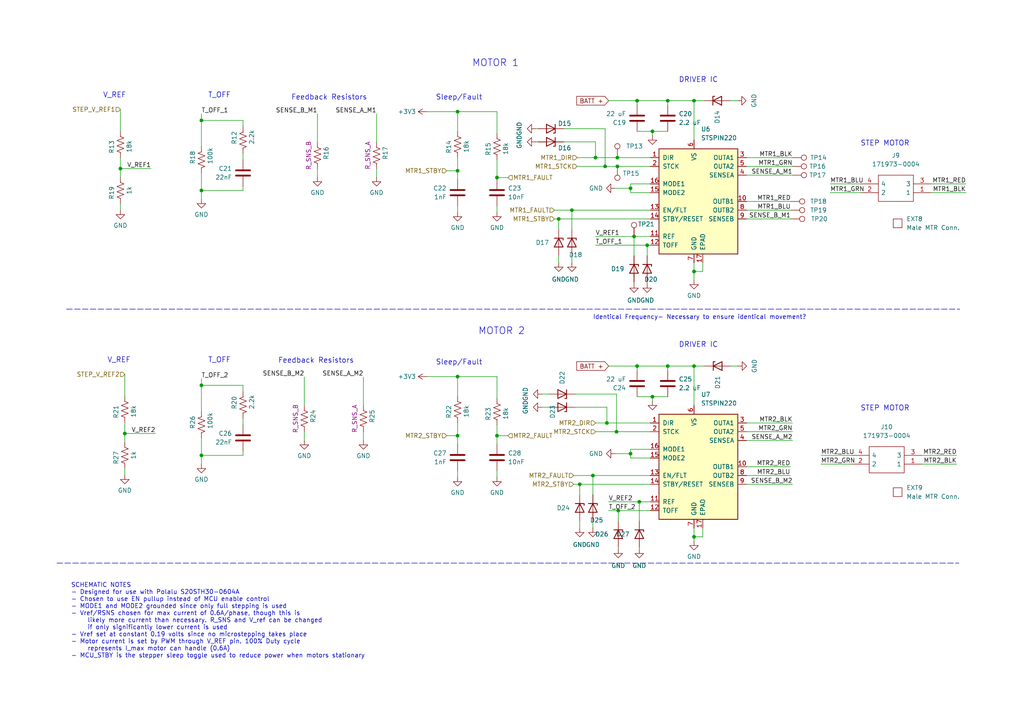
<source format=kicad_sch>
(kicad_sch (version 20211123) (generator eeschema)
  (paper "A4")
  (lib_symbols
    (symbol "0_custom:{lt}name{gt}"
      (property "Reference" "EXT" (at -1.27 2.54 0))
      (property "Value" "{lt}name{gt}" (at 0 -2.54 0))
      (symbol "{lt}name{gt}_0_1"
        (rectangle (start -1.27 1.27) (end 1.27 -1.27))
      )
    )
    (symbol "171973-0004:171973-0004" (pin_names (offset 0.762))
      (property "Reference" "J" (at 16.51 7.62 0))
      (property "Value" "171973-0004" (at 16.51 5.08 0))
      (symbol "171973-0004_0_0"
        (pin passive line (at 20.32 -2.54 180) (length 5.08) (name "1") (number "1"))
        (pin passive line (at 0 -2.54 0) (length 5.08) (name "2") (number "2"))
        (pin passive line (at 20.32 0 180) (length 5.08) (name "3") (number "3"))
        (pin passive line (at 0 0 0) (length 5.08) (name "4") (number "4"))
      )
      (symbol "171973-0004_0_1"
        (polyline (pts (xy 5.08 2.54) (xy 15.24 2.54) (xy 15.24 -5.08) (xy 5.08 -5.08) (xy 5.08 2.54)) (stroke (width 0.1524)))
      )
    )
    (symbol "Connector:TestPoint" (pin_numbers hide) (pin_names (offset 0.762) hide)
      (property "Reference" "TP" (at 0 6.858 0))
      (property "Value" "TestPoint" (at 0 5.08 0))
      (symbol "TestPoint_0_1"
        (circle (center 0 3.302) (radius 0.762))
      )
      (symbol "TestPoint_1_1"
        (pin passive line (at 0 0 90) (length 2.54) (name "1") (number "1"))
      )
    )
    (symbol "Device:C" (pin_numbers hide) (pin_names (offset 0.254))
      (property "Reference" "C" (at 0.635 2.54 0))
      (property "Value" "C" (at 0.635 -2.54 0))
      (symbol "C_0_1"
        (polyline (pts (xy -2.032 -0.762) (xy 2.032 -0.762)) (stroke (width 0.508)))
        (polyline (pts (xy -2.032 0.762) (xy 2.032 0.762)) (stroke (width 0.508)))
      )
      (symbol "C_1_1"
        (pin passive line (at 0 3.81 270) (length 2.794) (name "~") (number "1"))
        (pin passive line (at 0 -3.81 90) (length 2.794) (name "~") (number "2"))
      )
    )
    (symbol "Device:R_US" (pin_numbers hide) (pin_names (offset 0))
      (property "Reference" "R" (at 2.54 0 90))
      (property "Value" "R_US" (at -2.54 0 90))
      (symbol "R_US_0_1"
        (polyline (pts (xy 0 -2.286) (xy 0 -2.54)))
        (polyline (pts (xy 0 2.286) (xy 0 2.54)))
        (polyline (pts (xy 0 -0.762) (xy 1.016 -1.143) (xy 0 -1.524) (xy -1.016 -1.905) (xy 0 -2.286)))
        (polyline (pts (xy 0 0.762) (xy 1.016 0.381) (xy 0 0) (xy -1.016 -0.381) (xy 0 -0.762)))
        (polyline (pts (xy 0 2.286) (xy 1.016 1.905) (xy 0 1.524) (xy -1.016 1.143) (xy 0 0.762)))
      )
      (symbol "R_US_1_1"
        (pin passive line (at 0 3.81 270) (length 1.27) (name "~") (number "1"))
        (pin passive line (at 0 -3.81 90) (length 1.27) (name "~") (number "2"))
      )
    )
    (symbol "Diode:ESD5Zxx" (pin_numbers hide) (pin_names hide)
      (property "Reference" "D" (at 0 2.54 0))
      (property "Value" "ESD5Zxx" (at 0 -2.54 0))
      (symbol "ESD5Zxx_0_1"
        (polyline (pts (xy 1.27 0) (xy -1.27 0)))
        (polyline (pts (xy -1.27 -1.27) (xy -1.27 1.27) (xy -0.762 1.27)) (stroke (width 0.254)))
        (polyline (pts (xy 1.27 -1.27) (xy 1.27 1.27) (xy -1.27 0) (xy 1.27 -1.27)) (stroke (width 0.254)))
      )
      (symbol "ESD5Zxx_1_1"
        (pin passive line (at -3.81 0 0) (length 2.54) (name "K") (number "1"))
        (pin passive line (at 3.81 0 180) (length 2.54) (name "A") (number "2"))
      )
    )
    (symbol "Driver_Motor:STSPIN220" (pin_names (offset 1.016))
      (property "Reference" "U" (at -10.16 16.51 0))
      (property "Value" "STSPIN220" (at 5.08 16.51 0))
      (symbol "STSPIN220_0_1"
        (rectangle (start -10.16 15.24) (end 12.7 -15.24) (stroke (width 0.254)) (fill (type background)))
      )
      (symbol "STSPIN220_1_1"
        (pin input line (at -12.7 12.7 0) (length 2.54) (name "DIR") (number "1"))
        (pin power_out line (at 15.24 0 180) (length 2.54) (name "OUTB1") (number "10"))
        (pin input line (at -12.7 -10.16 0) (length 2.54) (name "REF") (number "11"))
        (pin input line (at -12.7 -12.7 0) (length 2.54) (name "TOFF") (number "12"))
        (pin bidirectional line (at -12.7 -2.54 0) (length 2.54) (name "EN/FLT") (number "13"))
        (pin input line (at -12.7 -5.08 0) (length 2.54) (name "STBY/RESET") (number "14"))
        (pin input line (at -12.7 2.54 0) (length 2.54) (name "MODE2") (number "15"))
        (pin input line (at -12.7 5.08 0) (length 2.54) (name "MODE1") (number "16"))
        (pin power_in line (at 2.54 -17.78 90) (length 2.54) (name "EPAD") (number "17"))
        (pin input line (at -12.7 10.16 0) (length 2.54) (name "STCK") (number "2"))
        (pin power_out line (at 15.24 12.7 180) (length 2.54) (name "OUTA1") (number "3"))
        (pin power_out line (at 15.24 7.62 180) (length 2.54) (name "SENSEA") (number "4"))
        (pin power_out line (at 15.24 10.16 180) (length 2.54) (name "OUTA2") (number "5"))
        (pin power_in line (at 0 17.78 270) (length 2.54) (name "VS") (number "6"))
        (pin power_in line (at 0 -17.78 90) (length 2.54) (name "GND") (number "7"))
        (pin power_out line (at 15.24 -2.54 180) (length 2.54) (name "OUTB2") (number "8"))
        (pin power_out line (at 15.24 -5.08 180) (length 2.54) (name "SENSEB") (number "9"))
      )
    )
    (symbol "power:+3V3" (power) (pin_names (offset 0))
      (property "Value" "+3V3" (at 0 3.556 0))
      (symbol "+3V3_0_1"
        (polyline (pts (xy -0.762 1.27) (xy 0 2.54)))
        (polyline (pts (xy 0 0) (xy 0 2.54)))
        (polyline (pts (xy 0 2.54) (xy 0.762 1.27)))
      )
      (symbol "+3V3_1_1"
        (pin power_in line (at 0 0 90) (length 0) hide (name "+3V3") (number "1"))
      )
    )
    (symbol "power:GND" (power) (pin_names (offset 0))
      (property "Value" "GND" (at 0 -3.81 0))
      (symbol "GND_0_1"
        (polyline (pts (xy 0 0) (xy 0 -1.27) (xy 1.27 -1.27) (xy 0 -2.54) (xy -1.27 -1.27) (xy 0 -1.27)))
      )
      (symbol "GND_1_1"
        (pin power_in line (at 0 0 270) (length 0) hide (name "GND") (number "1"))
      )
    )
  )
  (junction (at 178.816 125.222))
  (junction (at 132.715 32.385))
  (junction (at 185.42 145.542))
  (junction (at 162.052 63.5))
  (junction (at 179.07 45.72))
  (junction (at 182.88 54.61))
  (junction (at 193.675 29.21))
  (junction (at 132.715 49.53))
  (junction (at 179.324 148.082))
  (junction (at 189.23 38.1))
  (junction (at 58.42 55.245))
  (junction (at 58.42 34.925))
  (junction (at 58.42 132.08))
  (junction (at 175.514 48.26))
  (junction (at 58.42 111.76))
  (junction (at 201.295 155.702))
  (junction (at 201.295 106.172))
  (junction (at 201.295 78.74))
  (junction (at 36.195 125.73))
  (junction (at 171.9631 137.9219))
  (junction (at 34.925 48.895))
  (junction (at 189.23 115.062))
  (junction (at 176.022 122.682))
  (junction (at 172.72 45.72))
  (junction (at 184.785 29.21))
  (junction (at 144.145 51.5067))
  (junction (at 183.896 68.58))
  (junction (at 165.8671 60.9599))
  (junction (at 144.145 126.365))
  (junction (at 201.295 29.21))
  (junction (at 132.715 126.365))
  (junction (at 168.148 140.462))
  (junction (at 184.785 106.172))
  (junction (at 193.675 106.172))
  (junction (at 182.88 131.572))
  (junction (at 132.715 109.22))
  (junction (at 179.07 48.26))
  (junction (at 187.706 71.12))
  (wire (pts (xy 179.07 48.26) (xy 188.595 48.26)))
  (wire (pts (xy 168.148 140.462) (xy 188.595 140.462)))
  (wire (pts (xy 193.675 30.48) (xy 193.675 29.21)))
  (wire (pts (xy 129.54 49.53) (xy 132.715 49.53)))
  (wire (pts (xy 183.896 82.296) (xy 183.896 81.788)))
  (wire (pts (xy 144.145 59.69) (xy 144.145 61.595)))
  (wire (pts (xy 160.782 63.5) (xy 162.052 63.5)))
  (wire (pts (xy 240.792 55.88) (xy 249.682 55.88)))
  (wire (pts (xy 167.386 45.72) (xy 172.72 45.72)))
  (wire (pts (xy 132.715 136.525) (xy 132.715 138.43)))
  (wire (pts (xy 88.265 109.347) (xy 88.265 117.602)))
  (wire (pts (xy 34.925 59.055) (xy 34.925 60.96)))
  (wire (pts (xy 70.485 111.76) (xy 70.485 113.665)))
  (wire (pts (xy 216.535 58.42) (xy 229.362 58.42)))
  (wire (pts (xy 182.88 132.842) (xy 188.595 132.842)))
  (wire (pts (xy 166.37 137.922) (xy 171.9631 137.9219)))
  (wire (pts (xy 203.835 155.702) (xy 201.295 155.702)))
  (wire (pts (xy 182.88 55.88) (xy 188.595 55.88)))
  (wire (pts (xy 144.145 46.355) (xy 144.145 51.5067)))
  (wire (pts (xy 201.295 155.702) (xy 201.295 156.972)))
  (wire (pts (xy 175.514 37.338) (xy 175.514 48.26)))
  (wire (pts (xy 144.145 109.22) (xy 144.145 115.57)))
  (wire (pts (xy 163.576 37.338) (xy 175.514 37.338)))
  (wire (pts (xy 165.8671 60.9599) (xy 165.862 66.548)))
  (wire (pts (xy 34.925 31.75) (xy 34.925 38.1)))
  (wire (pts (xy 201.295 106.172) (xy 204.343 106.172)))
  (wire (pts (xy 176.53 148.082) (xy 179.324 148.082)))
  (wire (pts (xy 176.53 106.172) (xy 184.785 106.172)))
  (wire (pts (xy 203.835 153.162) (xy 203.835 155.702)))
  (wire (pts (xy 144.145 109.22) (xy 132.715 109.22)))
  (wire (pts (xy 179.07 45.72) (xy 188.595 45.72)))
  (wire (pts (xy 172.72 122.682) (xy 176.022 122.682)))
  (wire (pts (xy 132.715 45.72) (xy 132.715 49.53)))
  (wire (pts (xy 34.925 48.895) (xy 34.925 51.435)))
  (wire (pts (xy 171.9631 137.9219) (xy 171.958 143.51)))
  (wire (pts (xy 182.88 54.61) (xy 182.88 55.88)))
  (wire (pts (xy 144.145 136.525) (xy 144.145 138.43)))
  (wire (pts (xy 171.9631 137.9219) (xy 188.595 137.922)))
  (wire (pts (xy 155.448 37.338) (xy 155.956 37.338)))
  (wire (pts (xy 213.995 106.172) (xy 211.963 106.172)))
  (wire (pts (xy 166.37 140.462) (xy 168.148 140.462)))
  (wire (pts (xy 168.148 140.462) (xy 168.148 143.51)))
  (wire (pts (xy 162.052 76.2) (xy 162.052 74.168)))
  (wire (pts (xy 36.195 122.555) (xy 36.195 125.73)))
  (wire (pts (xy 216.535 48.26) (xy 229.87 48.26)))
  (wire (pts (xy 88.265 125.222) (xy 88.265 127.762)))
  (wire (pts (xy 187.706 82.296) (xy 187.706 81.788)))
  (wire (pts (xy 178.435 54.61) (xy 182.88 54.61)))
  (wire (pts (xy 109.22 48.895) (xy 109.22 51.435)))
  (wire (pts (xy 160.782 60.96) (xy 188.595 60.96)))
  (wire (pts (xy 168.148 153.162) (xy 168.148 151.13)))
  (wire (pts (xy 58.42 111.76) (xy 70.485 111.76)))
  (wire (pts (xy 58.42 34.925) (xy 70.485 34.925)))
  (wire (pts (xy 184.785 106.172) (xy 193.675 106.172)))
  (wire (pts (xy 185.42 159.258) (xy 185.42 158.75)))
  (wire (pts (xy 166.878 114.3) (xy 178.816 114.3)))
  (wire (pts (xy 216.535 137.922) (xy 229.235 137.922)))
  (wire (pts (xy 216.535 125.222) (xy 229.87 125.222)))
  (wire (pts (xy 58.42 55.245) (xy 58.42 50.165)))
  (wire (pts (xy 132.715 109.22) (xy 132.715 114.935)))
  (wire (pts (xy 193.675 106.172) (xy 201.295 106.172)))
  (wire (pts (xy 58.42 34.925) (xy 58.42 42.545)))
  (wire (pts (xy 178.816 114.3) (xy 178.816 125.222)))
  (wire (pts (xy 184.785 107.442) (xy 184.785 106.172)))
  (wire (pts (xy 70.485 132.08) (xy 58.42 132.08)))
  (wire (pts (xy 185.42 145.542) (xy 188.595 145.542)))
  (wire (pts (xy 144.145 32.385) (xy 144.145 38.735)))
  (wire (pts (xy 144.145 126.365) (xy 144.145 128.905)))
  (polyline (pts (xy 16.51 163.322) (xy 278.13 163.322)))
  (wire (pts (xy 184.785 30.48) (xy 184.785 29.21)))
  (wire (pts (xy 203.835 76.2) (xy 203.835 78.74)))
  (wire (pts (xy 105.41 109.347) (xy 105.41 117.602)))
  (wire (pts (xy 132.715 32.385) (xy 132.715 38.1)))
  (wire (pts (xy 216.535 50.8) (xy 229.87 50.8)))
  (wire (pts (xy 165.862 76.2) (xy 165.862 74.168)))
  (wire (pts (xy 172.72 125.222) (xy 178.816 125.222)))
  (wire (pts (xy 270.002 53.34) (xy 280.162 53.34)))
  (wire (pts (xy 132.715 122.555) (xy 132.715 126.365)))
  (wire (pts (xy 162.052 63.5) (xy 162.052 66.548)))
  (wire (pts (xy 189.23 115.062) (xy 189.23 116.332)))
  (wire (pts (xy 182.88 131.572) (xy 182.88 132.842)))
  (wire (pts (xy 70.485 130.81) (xy 70.485 132.08)))
  (wire (pts (xy 175.514 48.26) (xy 179.07 48.26)))
  (wire (pts (xy 213.868 29.21) (xy 211.836 29.21)))
  (wire (pts (xy 172.72 68.58) (xy 183.896 68.58)))
  (wire (pts (xy 201.295 153.162) (xy 201.295 155.702)))
  (wire (pts (xy 144.145 51.5067) (xy 144.145 52.07)))
  (wire (pts (xy 216.535 135.382) (xy 229.235 135.382)))
  (wire (pts (xy 184.785 29.21) (xy 193.675 29.21)))
  (wire (pts (xy 178.816 125.222) (xy 188.595 125.222)))
  (wire (pts (xy 201.295 29.21) (xy 204.216 29.21)))
  (wire (pts (xy 203.835 78.74) (xy 201.295 78.74)))
  (wire (pts (xy 36.195 125.73) (xy 45.085 125.73)))
  (wire (pts (xy 58.42 132.08) (xy 58.42 127)))
  (wire (pts (xy 58.42 55.245) (xy 58.42 57.785)))
  (wire (pts (xy 189.23 115.062) (xy 193.675 115.062)))
  (wire (pts (xy 36.195 108.585) (xy 36.195 114.935)))
  (wire (pts (xy 179.324 148.082) (xy 188.595 148.082)))
  (wire (pts (xy 92.075 48.895) (xy 92.075 51.435)))
  (wire (pts (xy 34.925 48.895) (xy 43.815 48.895)))
  (wire (pts (xy 58.42 33.02) (xy 58.42 34.925)))
  (wire (pts (xy 34.925 45.72) (xy 34.925 48.895)))
  (wire (pts (xy 183.896 68.58) (xy 183.896 74.168)))
  (wire (pts (xy 171.958 153.162) (xy 171.958 151.13)))
  (wire (pts (xy 267.335 132.08) (xy 277.495 132.08)))
  (wire (pts (xy 188.595 53.34) (xy 182.88 53.34)))
  (wire (pts (xy 182.88 130.302) (xy 182.88 131.572)))
  (wire (pts (xy 144.145 123.19) (xy 144.145 126.365)))
  (wire (pts (xy 216.535 63.5) (xy 229.362 63.5)))
  (wire (pts (xy 176.53 29.21) (xy 184.785 29.21)))
  (wire (pts (xy 176.022 122.682) (xy 188.595 122.682)))
  (wire (pts (xy 240.792 53.34) (xy 249.682 53.34)))
  (wire (pts (xy 172.72 71.12) (xy 187.706 71.12)))
  (wire (pts (xy 183.896 68.58) (xy 188.595 68.58)))
  (wire (pts (xy 201.295 78.74) (xy 201.295 81.28)))
  (wire (pts (xy 216.535 60.96) (xy 229.362 60.96)))
  (wire (pts (xy 129.54 126.365) (xy 132.715 126.365)))
  (wire (pts (xy 216.535 140.462) (xy 229.87 140.462)))
  (wire (pts (xy 201.295 76.2) (xy 201.295 78.74)))
  (wire (pts (xy 157.226 118.11) (xy 159.258 118.11)))
  (wire (pts (xy 182.88 53.34) (xy 182.88 54.61)))
  (wire (pts (xy 238.125 134.62) (xy 247.015 134.62)))
  (wire (pts (xy 105.41 125.222) (xy 105.41 127.762)))
  (wire (pts (xy 178.435 131.572) (xy 182.88 131.572)))
  (wire (pts (xy 201.295 29.21) (xy 201.295 40.64)))
  (polyline (pts (xy 19.304 89.662) (xy 278.384 89.662)))
  (wire (pts (xy 109.22 33.02) (xy 109.22 41.275)))
  (wire (pts (xy 189.23 38.1) (xy 193.675 38.1)))
  (wire (pts (xy 162.052 63.5) (xy 188.595 63.5)))
  (wire (pts (xy 166.878 118.11) (xy 176.022 118.11)))
  (wire (pts (xy 185.42 145.542) (xy 185.42 151.13)))
  (wire (pts (xy 132.715 59.69) (xy 132.715 61.595)))
  (wire (pts (xy 179.324 148.082) (xy 179.324 151.13)))
  (wire (pts (xy 147.32 126.365) (xy 144.145 126.365)))
  (wire (pts (xy 70.485 53.975) (xy 70.485 55.245)))
  (wire (pts (xy 216.535 127.762) (xy 229.87 127.762)))
  (wire (pts (xy 58.42 132.08) (xy 58.42 134.62)))
  (wire (pts (xy 172.72 45.72) (xy 179.07 45.72)))
  (wire (pts (xy 132.715 32.385) (xy 123.825 32.385)))
  (wire (pts (xy 187.706 71.12) (xy 187.706 74.168)))
  (wire (pts (xy 189.23 38.1) (xy 189.23 39.37)))
  (wire (pts (xy 70.485 34.925) (xy 70.485 36.83)))
  (wire (pts (xy 70.485 44.45) (xy 70.485 46.355)))
  (wire (pts (xy 238.125 132.08) (xy 247.015 132.08)))
  (wire (pts (xy 155.448 41.148) (xy 155.956 41.148)))
  (wire (pts (xy 92.075 33.02) (xy 92.075 41.275)))
  (wire (pts (xy 36.195 125.73) (xy 36.195 128.27)))
  (wire (pts (xy 270.002 55.88) (xy 280.162 55.88)))
  (wire (pts (xy 176.022 118.11) (xy 176.022 122.682)))
  (wire (pts (xy 176.53 145.542) (xy 185.42 145.542)))
  (wire (pts (xy 144.145 32.385) (xy 132.715 32.385)))
  (wire (pts (xy 167.386 48.26) (xy 175.514 48.26)))
  (wire (pts (xy 132.715 126.365) (xy 132.715 128.905)))
  (wire (pts (xy 267.335 134.62) (xy 277.495 134.62)))
  (wire (pts (xy 132.715 49.53) (xy 132.715 52.07)))
  (wire (pts (xy 179.324 159.258) (xy 179.324 158.75)))
  (wire (pts (xy 157.226 114.3) (xy 159.258 114.3)))
  (wire (pts (xy 58.42 111.76) (xy 58.42 119.38)))
  (wire (pts (xy 193.675 29.21) (xy 201.295 29.21)))
  (wire (pts (xy 189.23 38.1) (xy 184.785 38.1)))
  (wire (pts (xy 147.32 51.5067) (xy 144.145 51.5067)))
  (wire (pts (xy 187.706 71.12) (xy 188.595 71.12)))
  (wire (pts (xy 201.295 106.172) (xy 201.295 117.602)))
  (wire (pts (xy 216.535 45.72) (xy 229.87 45.72)))
  (wire (pts (xy 70.485 121.285) (xy 70.485 123.19)))
  (wire (pts (xy 58.42 109.855) (xy 58.42 111.76)))
  (wire (pts (xy 70.485 55.245) (xy 58.42 55.245)))
  (wire (pts (xy 193.675 107.442) (xy 193.675 106.172)))
  (wire (pts (xy 163.576 41.148) (xy 172.72 41.148)))
  (wire (pts (xy 172.72 41.148) (xy 172.72 45.72)))
  (wire (pts (xy 216.535 122.682) (xy 229.87 122.682)))
  (wire (pts (xy 132.715 109.22) (xy 123.825 109.22)))
  (wire (pts (xy 36.195 135.89) (xy 36.195 137.795)))
  (wire (pts (xy 189.23 115.062) (xy 184.785 115.062)))
  (wire (pts (xy 188.595 130.302) (xy 182.88 130.302)))
  (text "Identical Frequency- Necessary to ensure identical movement? " (at 171.958 92.837 0) (effects (font (size 1.27 1.27)) (justify left bottom)))
  (text "Feedback Resistors" (at 84.455 29.21 0) (effects (font (size 1.5 1.5)) (justify left bottom)))
  (text "DRIVER IC" (at 196.85 24.13 0) (effects (font (size 1.5 1.5)) (justify left bottom)))
  (text "T_OFF" (at 60.325 105.41 0) (effects (font (size 1.5 1.5)) (justify left bottom)))
  (text "Feedback Resistors" (at 80.645 105.537 0) (effects (font (size 1.5 1.5)) (justify left bottom)))
  (text "Sleep/Fault" (at 126.365 106.045 0) (effects (font (size 1.5 1.5)) (justify left bottom)))
  (text "Sleep/Fault" (at 126.365 29.21 0) (effects (font (size 1.5 1.5)) (justify left bottom)))
  (text "T_OFF" (at 60.325 28.575 0) (effects (font (size 1.5 1.5)) (justify left bottom)))
  (text "MOTOR 1" (at 136.906 19.558 0) (effects (font (size 2 2)) (justify left bottom)))
  (text "STEP MOTOR" (at 249.555 42.545 0) (effects (font (size 1.5 1.5)) (justify left bottom)))
  (text "STEP MOTOR" (at 249.555 119.38 0) (effects (font (size 1.5 1.5)) (justify left bottom)))
  (text "MOTOR 2" (at 138.684 97.282 0) (effects (font (size 2 2)) (justify left bottom)))
  (text "V_REF" (at 29.845 28.575 0) (effects (font (size 1.5 1.5)) (justify left bottom)))
  (text "V_REF" (at 31.115 105.41 0) (effects (font (size 1.5 1.5)) (justify left bottom)))
  (text "SCHEMATIC NOTES\n- Designed for use with Polalu S20STH30-0604A\n- Chosen to use EN pullup instead of MCU enable control\n- MODE1 and MODE2 grounded since only full stepping is used\n- Vref/RSNS chosen for max current of 0.6A/phase, though this is\n	likely more current than necessary. R_SNS and V_ref can be changed\n	if only significantly lower current is used\n- Vref set at constant 0.19 volts since no microstepping takes place\n- Motor current is set by PWM through V_REF pin. 100% Duty cycle \n	represents I_max motor can handle (0.6A)\n- MCU_STBY is the stepper sleep toggle used to reduce power when motors stationary" (at 20.574 191.008 0) (effects (font (size 1.27 1.27)) (justify left bottom)))
  (text "DRIVER IC" (at 196.85 100.965 0) (effects (font (size 1.5 1.5)) (justify left bottom)))
  (label "V_REF2" (at 45.085 125.73 180))
  (label "MTR2_BLU" (at 238.125 132.08 0))
  (label "MTR1_BLK" (at 229.87 45.72 180))
  (label "V_REF1" (at 172.72 68.58 0))
  (label "MTR1_GRN" (at 229.87 48.26 180))
  (label "MTR2_BLK" (at 277.495 134.62 180))
  (label "V_REF2" (at 176.53 145.542 0))
  (label "SENSE_A_M2" (at 229.87 127.762 180))
  (label "T_OFF_1" (at 172.72 71.12 0))
  (label "SENSE_B_M1" (at 92.075 33.02 180))
  (label "MTR2_GRN" (at 229.87 125.222 180))
  (label "SENSE_B_M2" (at 229.87 140.462 180))
  (label "MTR2_BLK" (at 229.87 122.682 180))
  (label "MTR1_BLU" (at 240.792 53.34 0))
  (label "MTR2_BLU" (at 229.235 137.922 180))
  (label "MTR1_BLK" (at 280.162 55.88 180))
  (label "T_OFF_2" (at 58.42 109.855 0))
  (label "T_OFF_2" (at 176.53 148.082 0))
  (label "SENSE_A_M1" (at 109.22 33.02 180))
  (label "SENSE_A_M2" (at 105.41 109.347 180))
  (label "MTR2_GRN" (at 238.125 134.62 0))
  (label "SENSE_B_M2" (at 88.265 109.347 180))
  (label "T_OFF_1" (at 58.42 33.02 0))
  (label "MTR1_RED" (at 229.362 58.42 180))
  (label "MTR1_RED" (at 280.162 53.34 180))
  (label "SENSE_A_M1" (at 229.87 50.8 180))
  (label "SENSE_B_M1" (at 229.362 63.5 180))
  (label "MTR2_RED" (at 277.495 132.08 180))
  (label "MTR2_RED" (at 229.235 135.382 180))
  (label "MTR1_BLU" (at 229.362 60.96 180))
  (label "V_REF1" (at 43.815 48.895 180))
  (label "MTR1_GRN" (at 240.792 55.88 0))
  (global_label "BATT +" (shape input) (at 176.53 29.21 180) (property "Intersheet References" "${INTERSHEET_REFS}" (effects hide)))
  (global_label "BATT +" (shape input) (at 176.53 106.172 180) (property "Intersheet References" "${INTERSHEET_REFS}" (effects hide)))
  (hierarchical_label "STEP_V_REF2" (shape input) (at 36.195 108.585 180))
  (hierarchical_label "MTR1_STBY" (shape input) (at 129.54 49.53 180))
  (hierarchical_label "MTR1_STCK" (shape input) (at 167.386 48.26 180))
  (hierarchical_label "MTR1_DIR" (shape input) (at 167.386 45.72 180))
  (hierarchical_label "MTR1_STBY" (shape input) (at 160.782 63.5 180))
  (hierarchical_label "MTR2_STBY" (shape input) (at 129.54 126.365 180))
  (hierarchical_label "MTR1_FAULT" (shape input) (at 147.32 51.5067 0))
  (hierarchical_label "MTR2_FAULT" (shape input) (at 166.37 137.922 180))
  (hierarchical_label "MTR2_STCK" (shape input) (at 172.72 125.222 180))
  (hierarchical_label "MTR2_STBY" (shape input) (at 166.37 140.462 180))
  (hierarchical_label "STEP_V_REF1" (shape input) (at 34.925 31.75 180))
  (hierarchical_label "MTR2_DIR" (shape input) (at 172.72 122.682 180))
  (hierarchical_label "MTR2_FAULT" (shape input) (at 147.32 126.365 0))
  (hierarchical_label "MTR1_FAULT" (shape input) (at 160.782 60.96 180))
  (symbol (lib_id "power:GND") (at 189.23 39.37 0) (unit 1)
    (property "Reference" "#PWR074" (effects hide))
    (property "Value" "GND" (effects hide))
  )
  (symbol (lib_id "power:GND") (at 144.145 61.595 0) (unit 1)
    (property "Reference" "#PWR081" (effects hide))
    (property "Value" "GND" (at 144.145 66.04 0))
  )
  (symbol (lib_id "Device:C") (at 132.715 55.88 0) (mirror y) (unit 1)
    (property "Reference" "C22" (at 129.54 54.6099 0) (effects (justify left)))
    (property "Value" "1nF" (at 129.54 57.1499 0) (effects (justify left)))
    (property "Footprint" "Resistor_SMD:R_0402_1005Metric" (effects hide))
    (property "MPN" "GCM155R71H102KA37J" (effects hide))
  )
  (symbol (lib_id "Device:R_US") (at 34.925 55.245 180) (unit 1)
    (property "Reference" "R19" (at 32.385 53.975 90) (effects (justify left)))
    (property "Value" "1k" (at 37.465 53.975 90) (effects (justify left)))
    (property "Footprint" "Resistor_SMD:R_0402_1005Metric" (effects hide))
    (property "MPN" "AC0402FR-131KL" (effects hide))
  )
  (symbol (lib_id "Device:R_US") (at 109.22 45.085 0) (unit 1)
    (property "Reference" "R17" (at 111.76 46.355 90) (effects (justify left)))
    (property "Value" "330m" (effects hide))
    (property "Footprint" "Resistor_SMD:R_1206_3216Metric" (effects hide))
    (property "MPN" "KRL1632E-M-R330-F-T5" (effects hide))
    (property "Part" "R_SNS_A" (at 106.68 45.085 90))
  )
  (symbol (lib_id "Connector:TestPoint") (at 183.896 68.58 0) (unit 1)
    (property "Reference" "TP21" (at 187.452 65.024 0))
    (property "Value" "TestPoint" (effects hide))
    (property "Footprint" "TestPoint:TestPoint_Pad_D1.5mm" (effects hide))
  )
  (symbol (lib_id "power:GND") (at 58.42 134.62 0) (mirror y) (unit 1)
    (property "Reference" "#PWR088" (effects hide))
    (property "Value" "GND" (at 58.42 139.065 0))
  )
  (symbol (lib_id "Device:C") (at 144.145 55.88 0) (unit 1)
    (property "Reference" "C23" (at 147.32 54.6099 0) (effects (justify left)))
    (property "Value" "10nF" (at 147.32 57.1499 0) (effects (justify left)))
    (property "Footprint" "Resistor_SMD:R_0402_1005Metric" (effects hide))
    (property "MPN" "GRT155R71C103KE01J" (effects hide))
    (property "Part" "Cen" (effects hide))
  )
  (symbol (lib_id "Diode:ESD5Zxx") (at 165.862 70.358 270) (unit 1)
    (property "Reference" "D18" (at 168.91 73.914 90) (effects (justify right)))
    (property "Value" "TVS" (effects hide))
  )
  (symbol (lib_id "Diode:ESD5Zxx") (at 163.068 114.3 180) (unit 1)
    (property "Reference" "D22" (at 163.0679 111.506 90) (effects (justify right)))
    (property "Value" "TVS" (effects hide))
  )
  (symbol (lib_id "Device:R_US") (at 144.145 119.38 180) (unit 1)
    (property "Reference" "R23" (at 141.605 118.11 90) (effects (justify left)))
    (property "Value" "18k" (at 146.685 118.11 90) (effects (justify left)))
    (property "Footprint" "Resistor_SMD:R_0402_1005Metric" (effects hide))
    (property "MPN" "AC0402FR-0718KL" (effects hide))
  )
  (symbol (lib_id "power:GND") (at 201.295 81.28 0) (unit 1)
    (property "Reference" "#PWR082" (effects hide))
    (property "Value" "GND" (at 201.295 85.725 0))
  )
  (symbol (lib_id "power:GND") (at 213.868 29.21 90) (unit 1)
    (property "Reference" "#PWR0103" (effects hide))
    (property "Value" "GND" (at 218.694 29.21 0))
  )
  (symbol (lib_id "power:GND") (at 157.226 118.11 270) (unit 1)
    (property "Reference" "#PWR0112" (effects hide))
    (property "Value" "GND" (at 152.4 118.11 0))
  )
  (symbol (lib_id "power:GND") (at 58.42 57.785 0) (mirror y) (unit 1)
    (property "Reference" "#PWR078" (effects hide))
    (property "Value" "GND" (at 58.42 62.23 0))
  )
  (symbol (lib_id "171973-0004:171973-0004") (at 247.015 132.08 0) (unit 1)
    (property "Reference" "J10" (at 257.175 123.825 0))
    (property "Value" "171973-0004" (at 257.175 126.365 0))
    (property "Footprint" "Miles Added:1719730004" (effects hide))
    (property "Datasheet" "https://www.molex.com/pdm_docs/sd/1719730004_sd.pdf" (effects hide))
    (property "Description" "MOLEX - 171973-0004 - CONNECTOR, HEADER, 4POS, 1ROW, 2.54MM" (effects hide))
    (property "Height" "11.8" (effects hide))
    (property "Mouser Part Number" "538-171973-0004" (effects hide))
    (property "Mouser Price/Stock" "https://www.mouser.co.uk/ProductDetail/Molex/171973-0004?qs=lc2O%252BfHJPVaHyBdhjsB7Nw%3D%3D" (effects hide))
    (property "Manufacturer_Name" "Molex" (effects hide))
    (property "Manufacturer_Part_Number" "171973-0004" (effects hide))
  )
  (symbol (lib_id "Diode:ESD5Zxx") (at 208.026 29.21 0) (unit 1)
    (property "Reference" "D14" (at 208.0261 32.004 90) (effects (justify right)))
    (property "Value" "TVS" (effects hide))
  )
  (symbol (lib_id "Device:C") (at 193.675 34.29 0) (unit 1)
    (property "Reference" "C20" (at 196.85 33.0199 0) (effects (justify left)))
    (property "Value" "2.2 uF" (at 196.85 35.5599 0) (effects (justify left)))
    (property "Footprint" "Resistor_SMD:R_0603_1608Metric" (effects hide))
    (property "MPN" "CGA3E1X7S1C225M080AC" (effects hide))
  )
  (symbol (lib_id "power:GND") (at 92.075 51.435 0) (unit 1)
    (property "Reference" "#PWR075" (effects hide))
    (property "Value" "GND" (at 92.075 55.88 0))
  )
  (symbol (lib_id "power:GND") (at 155.448 41.148 270) (unit 1)
    (property "Reference" "#PWR0105" (effects hide))
    (property "Value" "GND" (at 150.622 41.148 0))
  )
  (symbol (lib_id "Device:C") (at 184.785 111.252 180) (unit 1)
    (property "Reference" "C24" (at 181.61 112.5221 0) (effects (justify left)))
    (property "Value" "22 uF" (at 181.61 109.9821 0) (effects (justify left)))
    (property "Footprint" "Capacitor_SMD:C_1210_3225Metric" (effects hide))
    (property "MPN" "CGA6P1X7R1C226M250AC" (effects hide))
    (property "Part" "Cout" (effects hide))
  )
  (symbol (lib_id "Device:R_US") (at 92.075 45.085 0) (unit 1)
    (property "Reference" "R16" (at 94.615 46.355 90) (effects (justify left)))
    (property "Value" "330m" (effects hide))
    (property "Footprint" "Resistor_SMD:R_1206_3216Metric" (effects hide))
    (property "MPN" "KRL1632E-M-R330-F-T5" (effects hide))
    (property "Part" "R_SNS_B" (at 89.535 45.085 90))
  )
  (symbol (lib_id "Connector:TestPoint") (at 179.07 48.26 180) (unit 1)
    (property "Reference" "TP15" (at 180.594 50.2919 0) (effects (justify right)))
    (property "Value" "TestPoint" (effects hide))
    (property "Footprint" "TestPoint:TestPoint_Pad_D1.5mm" (effects hide))
  )
  (symbol (lib_id "Driver_Motor:STSPIN220") (at 201.295 135.382 0) (unit 1)
    (property "Reference" "U7" (at 203.3144 114.427 0) (effects (justify left)))
    (property "Value" "STSPIN220" (at 203.3144 116.967 0) (effects (justify left)))
    (property "Footprint" "Package_DFN_QFN:VQFN-16-1EP_3x3mm_P0.5mm_EP1.8x1.8mm" (effects hide))
    (property "Datasheet" "www.st.com/resource/en/datasheet/stspin220.pdf" (effects hide))
    (property "MPN" "STSPIN220" (effects hide))
  )
  (symbol (lib_id "Diode:ESD5Zxx") (at 168.148 147.32 270) (unit 1)
    (property "Reference" "D24" (at 165.354 147.3201 90) (effects (justify right)))
    (property "Value" "TVS" (effects hide))
  )
  (symbol (lib_id "power:GND") (at 157.226 114.3 270) (unit 1)
    (property "Reference" "#PWR0111" (effects hide))
    (property "Value" "GND" (at 152.4 114.3 0))
  )
  (symbol (lib_id "power:GND") (at 36.195 137.795 0) (unit 1)
    (property "Reference" "#PWR089" (effects hide))
    (property "Value" "GND" (at 36.195 142.24 0))
  )
  (symbol (lib_id "power:GND") (at 132.715 61.595 0) (unit 1)
    (property "Reference" "#PWR080" (effects hide))
    (property "Value" "GND" (at 132.715 66.04 0))
  )
  (symbol (lib_id "Device:R_US") (at 105.41 121.412 0) (unit 1)
    (property "Reference" "R25" (at 107.95 122.682 90) (effects (justify left)))
    (property "Value" "330m" (effects hide))
    (property "Footprint" "Resistor_SMD:R_1206_3216Metric" (effects hide))
    (property "MPN" "KRL1632E-M-R330-F-T5" (effects hide))
    (property "Part" "R_SNS_A" (at 102.87 121.412 90))
  )
  (symbol (lib_id "power:GND") (at 171.958 153.162 0) (unit 1)
    (property "Reference" "#PWR0114" (effects hide))
    (property "Value" "GND" (at 171.958 157.988 0))
  )
  (symbol (lib_id "power:GND") (at 187.706 82.296 0) (unit 1)
    (property "Reference" "#PWR0109" (effects hide))
    (property "Value" "GND" (at 187.706 87.122 0))
  )
  (symbol (lib_id "Device:R_US") (at 88.265 121.412 0) (unit 1)
    (property "Reference" "R24" (at 90.805 122.682 90) (effects (justify left)))
    (property "Value" "330m" (effects hide))
    (property "Footprint" "Resistor_SMD:R_1206_3216Metric" (effects hide))
    (property "MPN" "KRL1632E-M-R330-F-T5" (effects hide))
    (property "Part" "R_SNS_B" (at 85.725 121.412 90))
  )
  (symbol (lib_id "Device:R_US") (at 58.42 46.355 0) (mirror y) (unit 1)
    (property "Reference" "R18" (at 55.88 47.625 90) (effects (justify left)))
    (property "Value" "100k" (at 60.96 47.625 90) (effects (justify left)))
    (property "Footprint" "Resistor_SMD:R_0402_1005Metric" (effects hide))
    (property "MPN" "RMCF0402FT100K" (effects hide))
    (property "Part" "R_OFF" (effects hide))
  )
  (symbol (lib_id "power:GND") (at 132.715 138.43 0) (unit 1)
    (property "Reference" "#PWR090" (effects hide))
    (property "Value" "GND" (at 132.715 142.875 0))
  )
  (symbol (lib_id "power:GND") (at 109.22 51.435 0) (unit 1)
    (property "Reference" "#PWR076" (effects hide))
    (property "Value" "GND" (at 109.22 55.88 0))
  )
  (symbol (lib_id "Device:C") (at 193.675 111.252 0) (unit 1)
    (property "Reference" "C25" (at 196.85 109.9819 0) (effects (justify left)))
    (property "Value" "2.2 uF" (at 196.85 112.5219 0) (effects (justify left)))
    (property "Footprint" "Resistor_SMD:R_0603_1608Metric" (effects hide))
    (property "MPN" "CGA3E1X7S1C225M080AC" (effects hide))
  )
  (symbol (lib_id "Device:C") (at 132.715 132.715 0) (mirror y) (unit 1)
    (property "Reference" "C27" (at 129.54 131.4449 0) (effects (justify left)))
    (property "Value" "1nF" (at 129.54 133.9849 0) (effects (justify left)))
    (property "Footprint" "Resistor_SMD:R_0402_1005Metric" (effects hide))
    (property "MPN" "GCM155R71H102KA37J" (effects hide))
  )
  (symbol (lib_id "power:GND") (at 144.145 138.43 0) (unit 1)
    (property "Reference" "#PWR091" (effects hide))
    (property "Value" "GND" (at 144.145 142.875 0))
  )
  (symbol (lib_id "Diode:ESD5Zxx") (at 208.153 106.172 0) (unit 1)
    (property "Reference" "D21" (at 208.1531 108.966 90) (effects (justify right)))
    (property "Value" "TVS" (effects hide))
  )
  (symbol (lib_id "Diode:ESD5Zxx") (at 183.896 77.978 270) (unit 1)
    (property "Reference" "D19" (at 181.102 77.9781 90) (effects (justify right)))
    (property "Value" "TVS" (effects hide))
  )
  (symbol (lib_id "power:GND") (at 213.995 106.172 90) (unit 1)
    (property "Reference" "#PWR0110" (effects hide))
    (property "Value" "GND" (at 218.821 106.172 0))
  )
  (symbol (lib_id "Device:R_US") (at 132.715 118.745 180) (unit 1)
    (property "Reference" "R22" (at 130.175 117.475 90) (effects (justify left)))
    (property "Value" "18k" (at 135.255 117.475 90) (effects (justify left)))
    (property "Footprint" "Resistor_SMD:R_0402_1005Metric" (effects hide))
    (property "MPN" "AC0402FR-0718KL" (effects hide))
  )
  (symbol (lib_id "Device:R_US") (at 34.925 41.91 180) (unit 1)
    (property "Reference" "R13" (at 32.385 40.64 90) (effects (justify left)))
    (property "Value" "18k" (at 37.465 40.64 90) (effects (justify left)))
    (property "Footprint" "Resistor_SMD:R_0402_1005Metric" (effects hide))
    (property "MPN" "AC0402FR-0718KL" (effects hide))
  )
  (symbol (lib_id "Device:R_US") (at 36.195 118.745 180) (unit 1)
    (property "Reference" "R21" (at 33.655 117.475 90) (effects (justify left)))
    (property "Value" "18k" (at 38.735 117.475 90) (effects (justify left)))
    (property "Footprint" "Resistor_SMD:R_0402_1005Metric" (effects hide))
    (property "MPN" "AC0402FR-0718KL" (effects hide))
  )
  (symbol (lib_id "Device:C") (at 144.145 132.715 0) (unit 1)
    (property "Reference" "C28" (at 147.32 131.4449 0) (effects (justify left)))
    (property "Value" "10nF" (at 147.32 133.9849 0) (effects (justify left)))
    (property "Footprint" "Resistor_SMD:R_0402_1005Metric" (effects hide))
    (property "MPN" "GRT155R71C103KE01J" (effects hide))
    (property "Part" "Cen" (effects hide))
  )
  (symbol (lib_id "Diode:ESD5Zxx") (at 187.706 77.978 270) (unit 1)
    (property "Reference" "D20" (at 190.754 81.026 90) (effects (justify right)))
    (property "Value" "TVS" (effects hide))
  )
  (symbol (lib_id "Device:R_US") (at 58.42 123.19 0) (mirror y) (unit 1)
    (property "Reference" "R26" (at 55.88 124.46 90) (effects (justify left)))
    (property "Value" "100k" (at 60.96 124.46 90) (effects (justify left)))
    (property "Footprint" "Resistor_SMD:R_0402_1005Metric" (effects hide))
    (property "MPN" "RMCF0402FT100K" (effects hide))
    (property "Part" "R_OFF" (effects hide))
  )
  (symbol (lib_id "Device:C") (at 70.485 50.165 0) (mirror y) (unit 1)
    (property "Reference" "C21" (at 67.31 48.8949 0) (effects (justify left)))
    (property "Value" "22nF" (at 67.31 51.4349 0) (effects (justify left)))
    (property "Footprint" "Capacitor_SMD:C_0402_1005Metric" (effects hide))
    (property "MPN" "AC0402KRX7R7BB223" (effects hide))
  )
  (symbol (lib_id "0_custom:{lt}name{gt}") (at 260.35 142.748 0) (unit 1)
    (property "Reference" "EXT9" (at 262.89 141.4779 0) (effects (justify left)))
    (property "Value" "Male MTR Conn." (at 262.89 144.0179 0) (effects (justify left)))
    (property "Footprint" "0_custom:EXT_no_footprint" (effects hide))
    (property "MPN" "0014562042" (effects hide))
  )
  (symbol (lib_id "Device:R_US") (at 70.485 40.64 0) (mirror y) (unit 1)
    (property "Reference" "R12" (at 67.945 41.91 90) (effects (justify left)))
    (property "Value" "2.2k" (at 73.025 41.91 90) (effects (justify left)))
    (property "Footprint" "Resistor_SMD:R_0402_1005Metric" (effects hide))
    (property "MPN" "AC0402FR-072K2L" (effects hide))
  )
  (symbol (lib_id "Diode:ESD5Zxx") (at 171.958 147.32 270) (unit 1)
    (property "Reference" "D25" (at 175.006 150.876 90) (effects (justify right)))
    (property "Value" "TVS" (effects hide))
  )
  (symbol (lib_id "Device:R_US") (at 144.145 42.545 180) (unit 1)
    (property "Reference" "R15" (at 141.605 41.275 90) (effects (justify left)))
    (property "Value" "18k" (at 146.685 41.275 90) (effects (justify left)))
    (property "Footprint" "Resistor_SMD:R_0402_1005Metric" (effects hide))
    (property "MPN" "AC0402FR-0718KL" (effects hide))
  )
  (symbol (lib_id "Diode:ESD5Zxx") (at 159.766 41.148 180) (unit 1)
    (property "Reference" "D16" (at 161.798 42.926 0) (effects (justify right)))
    (property "Value" "TVS" (effects hide))
  )
  (symbol (lib_id "Diode:ESD5Zxx") (at 163.068 118.11 180) (unit 1)
    (property "Reference" "D23" (at 160.274 121.412 90) (effects (justify right)))
    (property "Value" "TVS" (effects hide))
  )
  (symbol (lib_id "power:GND") (at 179.324 159.258 0) (unit 1)
    (property "Reference" "#PWR0115" (effects hide))
    (property "Value" "GND" (at 179.324 164.084 0))
  )
  (symbol (lib_id "Device:R_US") (at 36.195 132.08 180) (unit 1)
    (property "Reference" "R27" (at 33.655 130.81 90) (effects (justify left)))
    (property "Value" "1k" (at 38.735 130.81 90) (effects (justify left)))
    (property "Footprint" "Resistor_SMD:R_0402_1005Metric" (effects hide))
    (property "MPN" "AC0402FR-131KL" (effects hide))
  )
  (symbol (lib_id "power:GND") (at 165.862 76.2 0) (unit 1)
    (property "Reference" "#PWR0107" (effects hide))
    (property "Value" "GND" (at 165.862 81.026 0))
  )
  (symbol (lib_id "power:GND") (at 105.41 127.762 0) (unit 1)
    (property "Reference" "#PWR086" (effects hide))
    (property "Value" "GND" (at 105.41 132.207 0))
  )
  (symbol (lib_id "Connector:TestPoint") (at 229.362 58.42 270) (unit 1)
    (property "Reference" "TP18" (at 234.95 58.4199 90) (effects (justify left)))
    (property "Value" "TestPoint" (effects hide))
    (property "Footprint" "TestPoint:TestPoint_Pad_D1.5mm" (effects hide))
  )
  (symbol (lib_id "power:GND") (at 155.448 37.338 270) (unit 1)
    (property "Reference" "#PWR0104" (effects hide))
    (property "Value" "GND" (at 150.622 37.338 0))
  )
  (symbol (lib_id "Diode:ESD5Zxx") (at 185.42 154.94 270) (unit 1)
    (property "Reference" "D27" (at 182.626 154.9401 90) (effects (justify right)))
    (property "Value" "TVS" (effects hide))
  )
  (symbol (lib_id "Device:C") (at 184.785 34.29 180) (unit 1)
    (property "Reference" "C19" (at 181.61 35.5601 0) (effects (justify left)))
    (property "Value" "22 uF" (at 181.61 33.0201 0) (effects (justify left)))
    (property "Footprint" "Capacitor_SMD:C_1210_3225Metric" (effects hide))
    (property "MPN" "CGA6P1X7R1C226M250AC" (effects hide))
    (property "Part" "Cout" (effects hide))
  )
  (symbol (lib_id "Diode:ESD5Zxx") (at 179.324 154.94 270) (unit 1)
    (property "Reference" "D26" (at 176.53 154.9401 90) (effects (justify right)))
    (property "Value" "TVS" (effects hide))
  )
  (symbol (lib_id "power:GND") (at 162.052 76.2 0) (unit 1)
    (property "Reference" "#PWR0106" (effects hide))
    (property "Value" "GND" (at 162.052 81.026 0))
  )
  (symbol (lib_id "Driver_Motor:STSPIN220") (at 201.295 58.42 0) (unit 1)
    (property "Reference" "U6" (at 203.3144 37.465 0) (effects (justify left)))
    (property "Value" "STSPIN220" (at 203.3144 40.005 0) (effects (justify left)))
    (property "Footprint" "Package_DFN_QFN:VQFN-16-1EP_3x3mm_P0.5mm_EP1.8x1.8mm" (effects hide))
    (property "Datasheet" "www.st.com/resource/en/datasheet/stspin220.pdf" (effects hide))
    (property "MPN" "STSPIN220" (effects hide))
  )
  (symbol (lib_id "Connector:TestPoint") (at 229.362 63.5 270) (unit 1)
    (property "Reference" "TP20" (at 235.204 63.4999 90) (effects (justify left)))
    (property "Value" "TestPoint" (effects hide))
    (property "Footprint" "TestPoint:TestPoint_Pad_D1.5mm" (effects hide))
  )
  (symbol (lib_id "Device:R_US") (at 70.485 117.475 0) (mirror y) (unit 1)
    (property "Reference" "R20" (at 67.945 118.745 90) (effects (justify left)))
    (property "Value" "2.2k" (at 73.025 118.745 90) (effects (justify left)))
    (property "Footprint" "Resistor_SMD:R_0402_1005Metric" (effects hide))
    (property "MPN" "AC0402FR-072K2L" (effects hide))
  )
  (symbol (lib_id "power:GND") (at 201.295 156.972 0) (unit 1)
    (property "Reference" "#PWR092" (effects hide))
    (property "Value" "GND" (at 201.295 161.417 0))
  )
  (symbol (lib_id "power:+3V3") (at 123.825 109.22 90) (unit 1)
    (property "Reference" "#PWR083" (effects hide))
    (property "Value" "+3V3" (at 120.65 109.2199 90) (effects (justify left)))
  )
  (symbol (lib_id "0_custom:{lt}name{gt}") (at 260.35 64.77 0) (unit 1)
    (property "Reference" "EXT8" (at 262.89 63.4999 0) (effects (justify left)))
    (property "Value" "Male MTR Conn." (at 262.89 66.0399 0) (effects (justify left)))
    (property "Footprint" "0_custom:EXT_no_footprint" (effects hide))
    (property "MPN" "0014562042" (effects hide))
  )
  (symbol (lib_id "Connector:TestPoint") (at 229.362 60.96 270) (unit 1)
    (property "Reference" "TP19" (at 234.95 60.9599 90) (effects (justify left)))
    (property "Value" "TestPoint" (effects hide))
    (property "Footprint" "TestPoint:TestPoint_Pad_D1.5mm" (effects hide))
  )
  (symbol (lib_id "Diode:ESD5Zxx") (at 159.766 37.338 180) (unit 1)
    (property "Reference" "D15" (at 161.798 35.814 0) (effects (justify right)))
    (property "Value" "TVS" (effects hide))
  )
  (symbol (lib_id "Connector:TestPoint") (at 229.87 48.26 270) (unit 1)
    (property "Reference" "TP16" (at 234.696 48.2599 90) (effects (justify left)))
    (property "Value" "TestPoint" (effects hide))
    (property "Footprint" "TestPoint:TestPoint_Pad_D1.5mm" (effects hide))
  )
  (symbol (lib_id "power:GND") (at 183.896 82.296 0) (unit 1)
    (property "Reference" "#PWR0108" (effects hide))
    (property "Value" "GND" (at 183.896 87.122 0))
  )
  (symbol (lib_id "power:GND") (at 88.265 127.762 0) (unit 1)
    (property "Reference" "#PWR085" (effects hide))
    (property "Value" "GND" (at 88.265 132.207 0))
  )
  (symbol (lib_id "Connector:TestPoint") (at 179.07 45.72 0) (unit 1)
    (property "Reference" "TP13" (at 181.61 42.4179 0) (effects (justify left)))
    (property "Value" "TestPoint" (effects hide))
    (property "Footprint" "TestPoint:TestPoint_Pad_D1.5mm" (effects hide))
  )
  (symbol (lib_id "power:GND") (at 178.435 131.572 270) (unit 1)
    (property "Reference" "#PWR087" (effects hide))
    (property "Value" "GND" (at 170.815 131.572 90) (effects (justify left)))
  )
  (symbol (lib_id "power:GND") (at 185.42 159.258 0) (unit 1)
    (property "Reference" "#PWR0116" (effects hide))
    (property "Value" "GND" (at 185.42 164.084 0))
  )
  (symbol (lib_id "171973-0004:171973-0004") (at 249.682 53.34 0) (unit 1)
    (property "Reference" "J9" (at 259.842 45.085 0))
    (property "Value" "171973-0004" (at 259.842 47.625 0))
    (property "Footprint" "Miles Added:1719730004" (effects hide))
    (property "Datasheet" "https://www.molex.com/pdm_docs/sd/1719730004_sd.pdf" (effects hide))
    (property "Description" "MOLEX - 171973-0004 - CONNECTOR, HEADER, 4POS, 1ROW, 2.54MM" (effects hide))
    (property "Height" "11.8" (effects hide))
    (property "Mouser Part Number" "538-171973-0004" (effects hide))
    (property "Mouser Price/Stock" "https://www.mouser.co.uk/ProductDetail/Molex/171973-0004?qs=lc2O%252BfHJPVaHyBdhjsB7Nw%3D%3D" (effects hide))
    (property "Manufacturer_Name" "Molex" (effects hide))
    (property "Manufacturer_Part_Number" "171973-0004" (effects hide))
  )
  (symbol (lib_id "Device:R_US") (at 132.715 41.91 180) (unit 1)
    (property "Reference" "R14" (at 130.175 40.64 90) (effects (justify left)))
    (property "Value" "18k" (at 135.255 40.64 90) (effects (justify left)))
    (property "Footprint" "Resistor_SMD:R_0402_1005Metric" (effects hide))
    (property "MPN" "AC0402FR-0718KL" (effects hide))
  )
  (symbol (lib_id "power:GND") (at 168.148 153.162 0) (unit 1)
    (property "Reference" "#PWR0113" (effects hide))
    (property "Value" "GND" (at 168.148 157.988 0))
  )
  (symbol (lib_id "Device:C") (at 70.485 127 0) (mirror y) (unit 1)
    (property "Reference" "C26" (at 67.31 125.7299 0) (effects (justify left)))
    (property "Value" "22nF" (at 67.31 128.2699 0) (effects (justify left)))
    (property "Footprint" "Capacitor_SMD:C_0402_1005Metric" (effects hide))
    (property "MPN" "AC0402KRX7R7BB223" (effects hide))
  )
  (symbol (lib_id "power:GND") (at 178.435 54.61 270) (unit 1)
    (property "Reference" "#PWR077" (effects hide))
    (property "Value" "GND" (at 170.815 54.61 90) (effects (justify left)))
  )
  (symbol (lib_id "Connector:TestPoint") (at 229.87 45.72 270) (unit 1)
    (property "Reference" "TP14" (at 234.95 45.7199 90) (effects (justify left)))
    (property "Value" "TestPoint" (effects hide))
    (property "Footprint" "TestPoint:TestPoint_Pad_D1.5mm" (effects hide))
  )
  (symbol (lib_id "power:GND") (at 34.925 60.96 0) (unit 1)
    (property "Reference" "#PWR079" (effects hide))
    (property "Value" "GND" (at 34.925 65.405 0))
  )
  (symbol (lib_id "Diode:ESD5Zxx") (at 162.052 70.358 270) (unit 1)
    (property "Reference" "D17" (at 159.258 70.3581 90) (effects (justify right)))
    (property "Value" "TVS" (effects hide))
  )
  (symbol (lib_id "power:GND") (at 189.23 116.332 0) (unit 1)
    (property "Reference" "#PWR084" (effects hide))
    (property "Value" "GND" (effects hide))
  )
  (symbol (lib_id "Connector:TestPoint") (at 229.87 50.8 270) (unit 1)
    (property "Reference" "TP17" (at 234.696 50.7999 90) (effects (justify left)))
    (property "Value" "TestPoint" (effects hide))
    (property "Footprint" "TestPoint:TestPoint_Pad_D1.5mm" (effects hide))
  )
  (symbol (lib_id "power:+3V3") (at 123.825 32.385 90) (unit 1)
    (property "Reference" "#PWR073" (effects hide))
    (property "Value" "+3V3" (at 120.65 32.3849 90) (effects (justify left)))
  )
)
</source>
